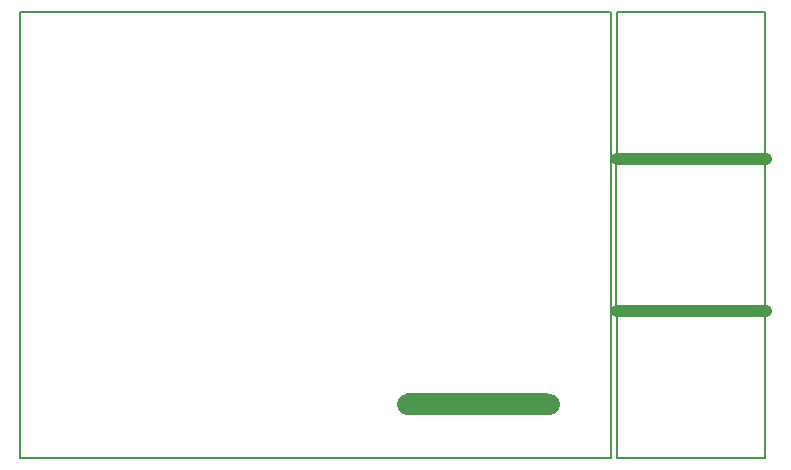
<source format=gbr>
G04 #@! TF.FileFunction,Profile,NP*
%FSLAX46Y46*%
G04 Gerber Fmt 4.6, Leading zero omitted, Abs format (unit mm)*
G04 Created by KiCad (PCBNEW 4.0.6) date 08/24/17 17:14:55*
%MOMM*%
%LPD*%
G01*
G04 APERTURE LIST*
%ADD10C,0.100000*%
%ADD11C,1.800000*%
%ADD12C,1.000000*%
%ADD13C,0.150000*%
G04 APERTURE END LIST*
D10*
D11*
X154040000Y-132040000D02*
X166050000Y-132040000D01*
D12*
X184480000Y-124180000D02*
X171870000Y-124180000D01*
X184480000Y-111310000D02*
X171870000Y-111310000D01*
D13*
X171800000Y-111730000D02*
X171800000Y-123740000D01*
X171810000Y-124600000D02*
X171810000Y-136610000D01*
X184400000Y-98870000D02*
X184400000Y-110870000D01*
X171820000Y-98864000D02*
X184398000Y-98864000D01*
X171820000Y-110872000D02*
X184398000Y-110872000D01*
X184390000Y-111730000D02*
X184390000Y-123740000D01*
X171800000Y-111732000D02*
X184388000Y-111732000D01*
X171800000Y-123742000D02*
X184388000Y-123742000D01*
X171820000Y-98862000D02*
X171820000Y-110872000D01*
X171300000Y-98870000D02*
X171300000Y-136610000D01*
X166000000Y-132830000D02*
X153990000Y-132830000D01*
X153990000Y-131230000D02*
X166000000Y-131230000D01*
X166000000Y-131230000D02*
X166000000Y-132830000D01*
X153990000Y-131230000D02*
X153990000Y-132830000D01*
X184398000Y-124600000D02*
X171808000Y-124600000D01*
X184398000Y-136420000D02*
X184398000Y-124600000D01*
X184398000Y-136610000D02*
X184398000Y-136420000D01*
X171808000Y-136610000D02*
X184398000Y-136610000D01*
X121280000Y-136610000D02*
X121280000Y-98860000D01*
X171300000Y-136610000D02*
X121300000Y-136610000D01*
X121290000Y-98860000D02*
X171290000Y-98860000D01*
M02*

</source>
